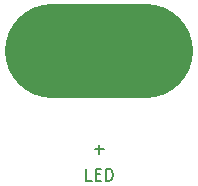
<source format=gto>
%TF.GenerationSoftware,KiCad,Pcbnew,4.0.5-e0-6337~49~ubuntu16.04.1*%
%TF.CreationDate,2017-01-18T12:09:22-08:00*%
%TF.ProjectId,2x2-LED-TH-2.54mm-Pitch,3278322D4C45442D54482D322E35346D,1.0*%
%TF.FileFunction,Legend,Top*%
%FSLAX46Y46*%
G04 Gerber Fmt 4.6, Leading zero omitted, Abs format (unit mm)*
G04 Created by KiCad (PCBNEW 4.0.5-e0-6337~49~ubuntu16.04.1) date Wed Jan 18 12:09:22 2017*
%MOMM*%
%LPD*%
G01*
G04 APERTURE LIST*
%ADD10C,0.350000*%
%ADD11C,8.000000*%
%ADD12C,0.150000*%
G04 APERTURE END LIST*
D10*
D11*
X140335000Y-89917000D02*
X148335000Y-89917000D01*
D12*
X142835000Y-91687000D02*
X145835000Y-91687000D01*
X143692143Y-100869381D02*
X143215952Y-100869381D01*
X143215952Y-99869381D01*
X144025476Y-100345571D02*
X144358810Y-100345571D01*
X144501667Y-100869381D02*
X144025476Y-100869381D01*
X144025476Y-99869381D01*
X144501667Y-99869381D01*
X144930238Y-100869381D02*
X144930238Y-99869381D01*
X145168333Y-99869381D01*
X145311191Y-99917000D01*
X145406429Y-100012238D01*
X145454048Y-100107476D01*
X145501667Y-100297952D01*
X145501667Y-100440810D01*
X145454048Y-100631286D01*
X145406429Y-100726524D01*
X145311191Y-100821762D01*
X145168333Y-100869381D01*
X144930238Y-100869381D01*
X143954048Y-98188429D02*
X144715953Y-98188429D01*
X144335001Y-98569381D02*
X144335001Y-97807476D01*
M02*

</source>
